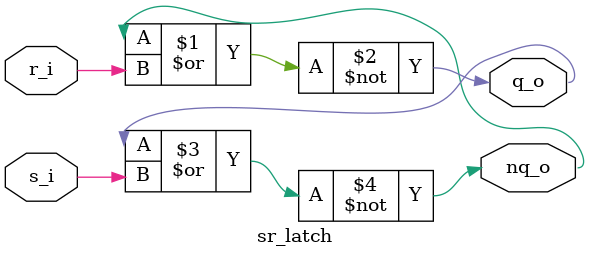
<source format=v>
`timescale 1ns/10ps

module sr_latch(
	input wire r_i,
	input wire s_i,
	output wire q_o,
	output wire nq_o
);

assign q_o = ~(nq_o | r_i);
assign nq_o = ~(q_o | s_i);

endmodule
</source>
